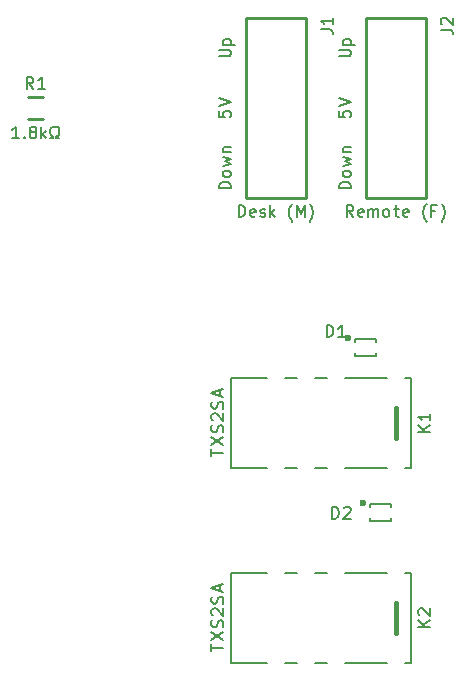
<source format=gbr>
G04 --- HEADER BEGIN --- *
%TF.GenerationSoftware,LibrePCB,LibrePCB,0.1.1-unstable*%
%TF.CreationDate,2019-07-14T01:55:39*%
%TF.ProjectId,desklift - other_routing,146e283d-8dba-42bd-9080-c603e88aa634,v3*%
%TF.Part,Single*%
%FSLAX66Y66*%
%MOMM*%
G01*
G74*
G04 --- HEADER END --- *
G04 --- APERTURE LIST BEGIN --- *
%ADD10C,0.2*%
%ADD11C,0.4*%
%ADD12C,0.25*%
%ADD13C,0.6X0.6*%
%ADD14C,0.6*%
%ADD15R,1.2X3.36*%
%ADD16O,2.74X1.47*%
%ADD17R,1.45X1.85*%
%ADD18R,1.2X0.65*%
%ADD19C,2.2*%
G04 --- APERTURE LIST END --- *
G04 --- BOARD BEGIN --- *
D10*
X43700480Y-33030464D02*
X40120480Y-33030464D01*
X38620480Y-33030464D02*
X37580480Y-33030464D01*
X38620480Y-40630464D02*
X37580480Y-40630464D01*
X33540480Y-40630464D02*
X30500480Y-40630464D01*
X30500480Y-33030464D01*
X33540480Y-33030464D01*
X36080480Y-33030464D02*
X35040480Y-33030464D01*
X36080480Y-40630464D02*
X35040480Y-40630464D01*
X43700480Y-40630464D02*
X40120480Y-40630464D01*
D11*
X44450480Y-38100464D02*
X44450480Y-35560464D01*
D10*
X45200480Y-40630464D02*
X45700480Y-40630464D01*
X45700480Y-33030464D01*
X45200480Y-33030464D01*
D12*
X36830432Y-2540128D02*
X36830432Y-17780128D01*
X31750432Y-17780128D01*
X31750432Y-2540128D01*
X36830432Y-2540128D01*
D10*
X29480432Y-10455684D02*
X29480432Y-10931239D01*
X29957099Y-10979017D01*
X29909321Y-10931239D01*
X29861543Y-10835684D01*
X29861543Y-10597906D01*
X29909321Y-10502350D01*
X29957099Y-10455684D01*
X30051543Y-10407906D01*
X30290432Y-10407906D01*
X30384876Y-10455684D01*
X30432654Y-10502350D01*
X30480432Y-10597906D01*
X30480432Y-10835684D01*
X30432654Y-10931239D01*
X30384876Y-10979017D01*
X29480432Y-10007906D02*
X30480432Y-9674573D01*
X29480432Y-9341239D01*
X30480432Y-16982905D02*
X29480432Y-16982905D01*
X29480432Y-16745127D01*
X29528210Y-16601794D01*
X29623765Y-16506238D01*
X29718210Y-16459572D01*
X29909321Y-16411794D01*
X30051543Y-16411794D01*
X30242654Y-16459572D01*
X30337099Y-16506238D01*
X30432654Y-16601794D01*
X30480432Y-16745127D01*
X30480432Y-16982905D01*
X30480432Y-15821794D02*
X30432654Y-15916238D01*
X30384876Y-15964016D01*
X30290432Y-16011794D01*
X30003765Y-16011794D01*
X29909321Y-15964016D01*
X29861543Y-15916238D01*
X29813765Y-15821794D01*
X29813765Y-15678461D01*
X29861543Y-15582905D01*
X29909321Y-15535127D01*
X30003765Y-15488461D01*
X30290432Y-15488461D01*
X30384876Y-15535127D01*
X30432654Y-15582905D01*
X30480432Y-15678461D01*
X30480432Y-15821794D01*
X29813765Y-15088461D02*
X30480432Y-14898461D01*
X30003765Y-14707350D01*
X30480432Y-14517350D01*
X29813765Y-14326239D01*
X29813765Y-13926239D02*
X30480432Y-13926239D01*
X29909321Y-13926239D02*
X29861543Y-13878461D01*
X29813765Y-13782906D01*
X29813765Y-13640683D01*
X29861543Y-13545128D01*
X29957099Y-13497350D01*
X30480432Y-13497350D01*
X29480432Y-5804017D02*
X30290432Y-5804017D01*
X30384876Y-5756239D01*
X30432654Y-5708461D01*
X30480432Y-5614017D01*
X30480432Y-5422906D01*
X30432654Y-5327350D01*
X30384876Y-5280684D01*
X30290432Y-5232906D01*
X29480432Y-5232906D01*
X29813765Y-4832906D02*
X30813765Y-4832906D01*
X29861543Y-4832906D02*
X29813765Y-4737350D01*
X29813765Y-4547350D01*
X29861543Y-4451795D01*
X29909321Y-4404017D01*
X30003765Y-4356239D01*
X30290432Y-4356239D01*
X30384876Y-4404017D01*
X30432654Y-4451795D01*
X30480432Y-4547350D01*
X30480432Y-4737350D01*
X30432654Y-4832906D01*
X43700480Y-49540672D02*
X40120480Y-49540672D01*
X38620480Y-49540672D02*
X37580480Y-49540672D01*
X38620480Y-57140672D02*
X37580480Y-57140672D01*
X33540480Y-57140672D02*
X30500480Y-57140672D01*
X30500480Y-49540672D01*
X33540480Y-49540672D01*
X36080480Y-49540672D02*
X35040480Y-49540672D01*
X36080480Y-57140672D02*
X35040480Y-57140672D01*
X43700480Y-57140672D02*
X40120480Y-57140672D01*
D11*
X44450480Y-54610672D02*
X44450480Y-52070672D01*
D10*
X45200480Y-57140672D02*
X45700480Y-57140672D01*
X45700480Y-49540672D01*
X45200480Y-49540672D01*
D12*
X13345176Y-9235128D02*
X14595176Y-9235128D01*
X13345176Y-11085128D02*
X14595176Y-11085128D01*
X46990560Y-2540128D02*
X46990560Y-17780128D01*
X41910560Y-17780128D01*
X41910560Y-2540128D01*
X46990560Y-2540128D01*
D10*
X39640560Y-10455684D02*
X39640560Y-10931239D01*
X40117227Y-10979017D01*
X40069449Y-10931239D01*
X40021671Y-10835684D01*
X40021671Y-10597906D01*
X40069449Y-10502350D01*
X40117227Y-10455684D01*
X40211671Y-10407906D01*
X40450560Y-10407906D01*
X40545004Y-10455684D01*
X40592782Y-10502350D01*
X40640560Y-10597906D01*
X40640560Y-10835684D01*
X40592782Y-10931239D01*
X40545004Y-10979017D01*
X39640560Y-10007906D02*
X40640560Y-9674573D01*
X39640560Y-9341239D01*
X40640560Y-16982905D02*
X39640560Y-16982905D01*
X39640560Y-16745127D01*
X39688338Y-16601794D01*
X39783893Y-16506238D01*
X39878338Y-16459572D01*
X40069449Y-16411794D01*
X40211671Y-16411794D01*
X40402782Y-16459572D01*
X40497227Y-16506238D01*
X40592782Y-16601794D01*
X40640560Y-16745127D01*
X40640560Y-16982905D01*
X40640560Y-15821794D02*
X40592782Y-15916238D01*
X40545004Y-15964016D01*
X40450560Y-16011794D01*
X40163893Y-16011794D01*
X40069449Y-15964016D01*
X40021671Y-15916238D01*
X39973893Y-15821794D01*
X39973893Y-15678461D01*
X40021671Y-15582905D01*
X40069449Y-15535127D01*
X40163893Y-15488461D01*
X40450560Y-15488461D01*
X40545004Y-15535127D01*
X40592782Y-15582905D01*
X40640560Y-15678461D01*
X40640560Y-15821794D01*
X39973893Y-15088461D02*
X40640560Y-14898461D01*
X40163893Y-14707350D01*
X40640560Y-14517350D01*
X39973893Y-14326239D01*
X39973893Y-13926239D02*
X40640560Y-13926239D01*
X40069449Y-13926239D02*
X40021671Y-13878461D01*
X39973893Y-13782906D01*
X39973893Y-13640683D01*
X40021671Y-13545128D01*
X40117227Y-13497350D01*
X40640560Y-13497350D01*
X39640560Y-5804017D02*
X40450560Y-5804017D01*
X40545004Y-5756239D01*
X40592782Y-5708461D01*
X40640560Y-5614017D01*
X40640560Y-5422906D01*
X40592782Y-5327350D01*
X40545004Y-5280684D01*
X40450560Y-5232906D01*
X39640560Y-5232906D01*
X39973893Y-4832906D02*
X40973893Y-4832906D01*
X40021671Y-4832906D02*
X39973893Y-4737350D01*
X39973893Y-4547350D01*
X40021671Y-4451795D01*
X40069449Y-4404017D01*
X40163893Y-4356239D01*
X40450560Y-4356239D01*
X40545004Y-4404017D01*
X40592782Y-4451795D01*
X40640560Y-4547350D01*
X40640560Y-4737350D01*
X40592782Y-4832906D01*
X44080544Y-44925560D02*
X44080544Y-45150560D01*
X42280544Y-45150560D01*
X42280544Y-44925560D01*
X44080544Y-43975560D02*
X44080544Y-43750560D01*
X42280544Y-43750560D01*
X42280544Y-43975560D01*
D13*
X41656794Y-43591810D03*
D14*
X41656794Y-43591810D03*
D10*
X42810528Y-30955384D02*
X42810528Y-31180384D01*
X41010528Y-31180384D01*
X41010528Y-30955384D01*
X42810528Y-30005384D02*
X42810528Y-29780384D01*
X41010528Y-29780384D01*
X41010528Y-30005384D01*
D13*
X40386778Y-29621634D03*
D14*
X40386778Y-29621634D03*
D10*
X47355480Y-37601575D02*
X46355480Y-37601575D01*
X47355480Y-37030464D02*
X46784369Y-37458242D01*
X46355480Y-37030464D02*
X46926591Y-37601575D01*
X47355480Y-36059353D02*
X47355480Y-36630464D01*
X47355480Y-36344908D02*
X46355480Y-36344908D01*
X46498813Y-36440464D01*
X46593258Y-36534908D01*
X46641036Y-36630464D01*
X38100432Y-3511239D02*
X38814876Y-3511239D01*
X38957099Y-3559017D01*
X39052654Y-3654572D01*
X39100432Y-3796794D01*
X39100432Y-3892350D01*
X39100432Y-2540128D02*
X39100432Y-3111239D01*
X39100432Y-2825683D02*
X38100432Y-2825683D01*
X38243765Y-2921239D01*
X38338210Y-3015683D01*
X38385988Y-3111239D01*
X47355480Y-54135672D02*
X46355480Y-54135672D01*
X47355480Y-53564561D02*
X46784369Y-53992339D01*
X46355480Y-53564561D02*
X46926591Y-54135672D01*
X46451036Y-53116783D02*
X46403258Y-53069005D01*
X46355480Y-52974561D01*
X46355480Y-52735672D01*
X46403258Y-52641228D01*
X46451036Y-52593450D01*
X46545480Y-52545672D01*
X46641036Y-52545672D01*
X46784369Y-52593450D01*
X47355480Y-53164561D01*
X47355480Y-52545672D01*
X13770176Y-8560128D02*
X13436843Y-8083461D01*
X13199065Y-8560128D02*
X13199065Y-7560128D01*
X13580176Y-7560128D01*
X13675732Y-7607906D01*
X13722398Y-7655684D01*
X13770176Y-7750128D01*
X13770176Y-7893461D01*
X13722398Y-7989017D01*
X13675732Y-8036795D01*
X13580176Y-8083461D01*
X13199065Y-8083461D01*
X14741287Y-8560128D02*
X14170176Y-8560128D01*
X14455732Y-8560128D02*
X14455732Y-7560128D01*
X14360176Y-7703461D01*
X14265732Y-7797906D01*
X14170176Y-7845684D01*
X48260560Y-3559017D02*
X48975004Y-3559017D01*
X49117227Y-3606795D01*
X49212782Y-3702350D01*
X49260560Y-3844572D01*
X49260560Y-3940128D01*
X48356116Y-3111239D02*
X48308338Y-3063461D01*
X48260560Y-2969017D01*
X48260560Y-2730128D01*
X48308338Y-2635684D01*
X48356116Y-2587906D01*
X48450560Y-2540128D01*
X48546116Y-2540128D01*
X48689449Y-2587906D01*
X49260560Y-3159017D01*
X49260560Y-2540128D01*
X39050512Y-44950536D02*
X39050512Y-43950536D01*
X39288290Y-43950536D01*
X39431623Y-43998314D01*
X39527179Y-44093869D01*
X39573845Y-44188314D01*
X39621623Y-44379425D01*
X39621623Y-44521647D01*
X39573845Y-44712758D01*
X39527179Y-44807203D01*
X39431623Y-44902758D01*
X39288290Y-44950536D01*
X39050512Y-44950536D01*
X40069401Y-44046092D02*
X40117179Y-43998314D01*
X40211623Y-43950536D01*
X40450512Y-43950536D01*
X40544956Y-43998314D01*
X40592734Y-44046092D01*
X40640512Y-44140536D01*
X40640512Y-44236092D01*
X40592734Y-44379425D01*
X40021623Y-44950536D01*
X40640512Y-44950536D01*
X38599385Y-29575336D02*
X38599385Y-28575336D01*
X38837163Y-28575336D01*
X38980496Y-28623114D01*
X39076052Y-28718669D01*
X39122718Y-28813114D01*
X39170496Y-29004225D01*
X39170496Y-29146447D01*
X39122718Y-29337558D01*
X39076052Y-29432003D01*
X38980496Y-29527558D01*
X38837163Y-29575336D01*
X38599385Y-29575336D01*
X40141607Y-29575336D02*
X39570496Y-29575336D01*
X39856052Y-29575336D02*
X39856052Y-28575336D01*
X39760496Y-28718669D01*
X39666052Y-28813114D01*
X39570496Y-28860892D01*
X28845480Y-39663242D02*
X28845480Y-39092131D01*
X29845480Y-39377686D02*
X28845480Y-39377686D01*
X28845480Y-38692131D02*
X29845480Y-38025464D01*
X28845480Y-38025464D02*
X29845480Y-38692131D01*
X29797702Y-37625464D02*
X29845480Y-37482131D01*
X29845480Y-37244353D01*
X29797702Y-37148797D01*
X29749924Y-37102131D01*
X29655480Y-37054353D01*
X29559924Y-37054353D01*
X29464369Y-37102131D01*
X29416591Y-37148797D01*
X29368813Y-37244353D01*
X29322147Y-37435464D01*
X29274369Y-37529908D01*
X29226591Y-37577686D01*
X29131036Y-37625464D01*
X29035480Y-37625464D01*
X28941036Y-37577686D01*
X28893258Y-37529908D01*
X28845480Y-37435464D01*
X28845480Y-37196575D01*
X28893258Y-37054353D01*
X28941036Y-36606575D02*
X28893258Y-36558797D01*
X28845480Y-36464353D01*
X28845480Y-36225464D01*
X28893258Y-36131020D01*
X28941036Y-36083242D01*
X29035480Y-36035464D01*
X29131036Y-36035464D01*
X29274369Y-36083242D01*
X29845480Y-36654353D01*
X29845480Y-36035464D01*
X29797702Y-35635464D02*
X29845480Y-35492131D01*
X29845480Y-35254353D01*
X29797702Y-35158797D01*
X29749924Y-35112131D01*
X29655480Y-35064353D01*
X29559924Y-35064353D01*
X29464369Y-35112131D01*
X29416591Y-35158797D01*
X29368813Y-35254353D01*
X29322147Y-35445464D01*
X29274369Y-35539908D01*
X29226591Y-35587686D01*
X29131036Y-35635464D01*
X29035480Y-35635464D01*
X28941036Y-35587686D01*
X28893258Y-35539908D01*
X28845480Y-35445464D01*
X28845480Y-35206575D01*
X28893258Y-35064353D01*
X29559924Y-34568797D02*
X29559924Y-34093242D01*
X29845480Y-34664353D02*
X28845480Y-34331020D01*
X29845480Y-33997686D01*
X31142558Y-19415280D02*
X31142558Y-18415280D01*
X31380336Y-18415280D01*
X31523669Y-18463058D01*
X31619225Y-18558613D01*
X31665891Y-18653058D01*
X31713669Y-18844169D01*
X31713669Y-18986391D01*
X31665891Y-19177502D01*
X31619225Y-19271947D01*
X31523669Y-19367502D01*
X31380336Y-19415280D01*
X31142558Y-19415280D01*
X32542558Y-19367502D02*
X32447002Y-19415280D01*
X32257002Y-19415280D01*
X32161447Y-19367502D01*
X32113669Y-19271947D01*
X32113669Y-18891947D01*
X32161447Y-18796391D01*
X32257002Y-18748613D01*
X32447002Y-18748613D01*
X32542558Y-18796391D01*
X32590336Y-18891947D01*
X32590336Y-18986391D01*
X32113669Y-19081947D01*
X32990336Y-19367502D02*
X33085892Y-19415280D01*
X33275892Y-19415280D01*
X33371447Y-19367502D01*
X33419225Y-19271947D01*
X33419225Y-19225280D01*
X33371447Y-19129724D01*
X33275892Y-19081947D01*
X33133669Y-19081947D01*
X33038114Y-19034169D01*
X32990336Y-18938613D01*
X32990336Y-18891947D01*
X33038114Y-18796391D01*
X33133669Y-18748613D01*
X33275892Y-18748613D01*
X33371447Y-18796391D01*
X33819225Y-19415280D02*
X33819225Y-18415280D01*
X33914781Y-19034169D02*
X34200336Y-19415280D01*
X34200336Y-18748613D02*
X33819225Y-19129724D01*
X35685891Y-19796391D02*
X35638113Y-19748613D01*
X35543668Y-19605280D01*
X35495891Y-19510836D01*
X35448113Y-19367502D01*
X35400335Y-19129724D01*
X35400335Y-18938613D01*
X35448113Y-18700836D01*
X35495891Y-18558613D01*
X35543668Y-18463058D01*
X35638113Y-18319724D01*
X35685891Y-18271947D01*
X36085891Y-19415280D02*
X36085891Y-18415280D01*
X36419224Y-19129724D01*
X36752558Y-18415280D01*
X36752558Y-19415280D01*
X37152558Y-19796391D02*
X37200336Y-19748613D01*
X37295891Y-19605280D01*
X37342558Y-19510836D01*
X37390336Y-19367502D01*
X37438114Y-19129724D01*
X37438114Y-18938613D01*
X37390336Y-18700836D01*
X37342558Y-18558613D01*
X37295891Y-18463058D01*
X37200336Y-18319724D01*
X37152558Y-18271947D01*
X28845480Y-56173450D02*
X28845480Y-55602339D01*
X29845480Y-55887894D02*
X28845480Y-55887894D01*
X28845480Y-55202339D02*
X29845480Y-54535672D01*
X28845480Y-54535672D02*
X29845480Y-55202339D01*
X29797702Y-54135672D02*
X29845480Y-53992339D01*
X29845480Y-53754561D01*
X29797702Y-53659005D01*
X29749924Y-53612339D01*
X29655480Y-53564561D01*
X29559924Y-53564561D01*
X29464369Y-53612339D01*
X29416591Y-53659005D01*
X29368813Y-53754561D01*
X29322147Y-53945672D01*
X29274369Y-54040116D01*
X29226591Y-54087894D01*
X29131036Y-54135672D01*
X29035480Y-54135672D01*
X28941036Y-54087894D01*
X28893258Y-54040116D01*
X28845480Y-53945672D01*
X28845480Y-53706783D01*
X28893258Y-53564561D01*
X28941036Y-53116783D02*
X28893258Y-53069005D01*
X28845480Y-52974561D01*
X28845480Y-52735672D01*
X28893258Y-52641228D01*
X28941036Y-52593450D01*
X29035480Y-52545672D01*
X29131036Y-52545672D01*
X29274369Y-52593450D01*
X29845480Y-53164561D01*
X29845480Y-52545672D01*
X29797702Y-52145672D02*
X29845480Y-52002339D01*
X29845480Y-51764561D01*
X29797702Y-51669005D01*
X29749924Y-51622339D01*
X29655480Y-51574561D01*
X29559924Y-51574561D01*
X29464369Y-51622339D01*
X29416591Y-51669005D01*
X29368813Y-51764561D01*
X29322147Y-51955672D01*
X29274369Y-52050116D01*
X29226591Y-52097894D01*
X29131036Y-52145672D01*
X29035480Y-52145672D01*
X28941036Y-52097894D01*
X28893258Y-52050116D01*
X28845480Y-51955672D01*
X28845480Y-51716783D01*
X28893258Y-51574561D01*
X29559924Y-51079005D02*
X29559924Y-50603450D01*
X29845480Y-51174561D02*
X28845480Y-50841228D01*
X29845480Y-50507894D01*
X12550732Y-12760128D02*
X11979621Y-12760128D01*
X12265177Y-12760128D02*
X12265177Y-11760128D01*
X12169621Y-11903461D01*
X12075177Y-11997906D01*
X11979621Y-12045684D01*
X12998510Y-12664572D02*
X13046288Y-12712350D01*
X12998510Y-12760128D01*
X12950732Y-12712350D01*
X12998510Y-12664572D01*
X12998510Y-12760128D01*
X13636288Y-12189017D02*
X13541844Y-12141239D01*
X13494066Y-12093461D01*
X13446288Y-11997906D01*
X13446288Y-11950128D01*
X13494066Y-11855684D01*
X13541844Y-11807906D01*
X13636288Y-11760128D01*
X13827399Y-11760128D01*
X13922955Y-11807906D01*
X13969621Y-11855684D01*
X14017399Y-11950128D01*
X14017399Y-11997906D01*
X13969621Y-12093461D01*
X13922955Y-12141239D01*
X13827399Y-12189017D01*
X13636288Y-12189017D01*
X13541844Y-12236795D01*
X13494066Y-12283461D01*
X13446288Y-12379017D01*
X13446288Y-12570128D01*
X13494066Y-12664572D01*
X13541844Y-12712350D01*
X13636288Y-12760128D01*
X13827399Y-12760128D01*
X13922955Y-12712350D01*
X13969621Y-12664572D01*
X14017399Y-12570128D01*
X14017399Y-12379017D01*
X13969621Y-12283461D01*
X13922955Y-12236795D01*
X13827399Y-12189017D01*
X14417399Y-12760128D02*
X14417399Y-11760128D01*
X14512955Y-12379017D02*
X14798510Y-12760128D01*
X14798510Y-12093461D02*
X14417399Y-12474572D01*
X15198510Y-12760128D02*
X15436288Y-12760128D01*
X15436288Y-12570128D01*
X15341843Y-12522350D01*
X15246288Y-12426795D01*
X15198510Y-12283461D01*
X15198510Y-12045684D01*
X15246288Y-11903461D01*
X15341843Y-11807906D01*
X15484066Y-11760128D01*
X15675177Y-11760128D01*
X15817399Y-11807906D01*
X15912954Y-11903461D01*
X15960732Y-12045684D01*
X15960732Y-12283461D01*
X15912954Y-12426795D01*
X15817399Y-12522350D01*
X15721843Y-12570128D01*
X15721843Y-12760128D01*
X15960732Y-12760128D01*
X40854908Y-19415280D02*
X40521575Y-18938613D01*
X40283797Y-19415280D02*
X40283797Y-18415280D01*
X40664908Y-18415280D01*
X40760464Y-18463058D01*
X40807130Y-18510836D01*
X40854908Y-18605280D01*
X40854908Y-18748613D01*
X40807130Y-18844169D01*
X40760464Y-18891947D01*
X40664908Y-18938613D01*
X40283797Y-18938613D01*
X41683797Y-19367502D02*
X41588241Y-19415280D01*
X41398241Y-19415280D01*
X41302686Y-19367502D01*
X41254908Y-19271947D01*
X41254908Y-18891947D01*
X41302686Y-18796391D01*
X41398241Y-18748613D01*
X41588241Y-18748613D01*
X41683797Y-18796391D01*
X41731575Y-18891947D01*
X41731575Y-18986391D01*
X41254908Y-19081947D01*
X42131575Y-19415280D02*
X42131575Y-18748613D01*
X42131575Y-18844169D02*
X42179353Y-18796391D01*
X42274908Y-18748613D01*
X42417131Y-18748613D01*
X42512686Y-18796391D01*
X42560464Y-18891947D01*
X42560464Y-19415280D01*
X42560464Y-18891947D02*
X42608242Y-18796391D01*
X42702686Y-18748613D01*
X42846019Y-18748613D01*
X42941575Y-18796391D01*
X42988242Y-18891947D01*
X42988242Y-19415280D01*
X43578242Y-19415280D02*
X43483798Y-19367502D01*
X43436020Y-19319724D01*
X43388242Y-19225280D01*
X43388242Y-18938613D01*
X43436020Y-18844169D01*
X43483798Y-18796391D01*
X43578242Y-18748613D01*
X43721575Y-18748613D01*
X43817131Y-18796391D01*
X43864909Y-18844169D01*
X43911575Y-18938613D01*
X43911575Y-19225280D01*
X43864909Y-19319724D01*
X43817131Y-19367502D01*
X43721575Y-19415280D01*
X43578242Y-19415280D01*
X44311575Y-18748613D02*
X44692686Y-18748613D01*
X44454908Y-18415280D02*
X44454908Y-19271947D01*
X44501575Y-19367502D01*
X44597131Y-19415280D01*
X44692686Y-19415280D01*
X45521575Y-19367502D02*
X45426019Y-19415280D01*
X45236019Y-19415280D01*
X45140464Y-19367502D01*
X45092686Y-19271947D01*
X45092686Y-18891947D01*
X45140464Y-18796391D01*
X45236019Y-18748613D01*
X45426019Y-18748613D01*
X45521575Y-18796391D01*
X45569353Y-18891947D01*
X45569353Y-18986391D01*
X45092686Y-19081947D01*
X47054908Y-19796391D02*
X47007130Y-19748613D01*
X46912685Y-19605280D01*
X46864908Y-19510836D01*
X46817130Y-19367502D01*
X46769352Y-19129724D01*
X46769352Y-18938613D01*
X46817130Y-18700836D01*
X46864908Y-18558613D01*
X46912685Y-18463058D01*
X47007130Y-18319724D01*
X47054908Y-18271947D01*
X47788241Y-18891947D02*
X47454908Y-18891947D01*
X47454908Y-19415280D02*
X47454908Y-18415280D01*
X47931575Y-18415280D01*
X48331575Y-19796391D02*
X48379353Y-19748613D01*
X48474908Y-19605280D01*
X48521575Y-19510836D01*
X48569353Y-19367502D01*
X48617131Y-19129724D01*
X48617131Y-18938613D01*
X48569353Y-18700836D01*
X48521575Y-18558613D01*
X48474908Y-18463058D01*
X48379353Y-18319724D01*
X48331575Y-18271947D01*
%LPC*%
D15*
X44450480Y-33210464D03*
X44450480Y-40450464D03*
X39370480Y-33210464D03*
X36830480Y-33210464D03*
X34290480Y-33210464D03*
X34290480Y-40450464D03*
X36830480Y-40450464D03*
X39370480Y-40450464D03*
D16*
X34290432Y-5080128D03*
X34290432Y-15240128D03*
X34290432Y-10160128D03*
D15*
X44450480Y-49720672D03*
X44450480Y-56960672D03*
X39370480Y-49720672D03*
X36830480Y-49720672D03*
X34290480Y-49720672D03*
X34290480Y-56960672D03*
X36830480Y-56960672D03*
X39370480Y-56960672D03*
D17*
X15495176Y-10160128D03*
X12445176Y-10160128D03*
D16*
X44450560Y-5080128D03*
X44450560Y-15240128D03*
X44450560Y-10160128D03*
D18*
X44435544Y-44450560D03*
X41925544Y-44450560D03*
D16*
X6349216Y-43181376D03*
X6349216Y-17781376D03*
X6349216Y-7621376D03*
X6349216Y-12701376D03*
X21589216Y-27941376D03*
X21589216Y-12701376D03*
X6349216Y-30481376D03*
X6349216Y-50801376D03*
X6349216Y-40641376D03*
X21589216Y-5081376D03*
X21589216Y-30481376D03*
X6349216Y-22861376D03*
X21589216Y-53341376D03*
X21589216Y-22861376D03*
X6349216Y-15241376D03*
X21589216Y-33021376D03*
X6349216Y-53341376D03*
X21589216Y-7621376D03*
X6349216Y-27941376D03*
X21589216Y-25401376D03*
X21589216Y-40641376D03*
X6349216Y-45721376D03*
X6349216Y-38101376D03*
X21589216Y-48261376D03*
X6349216Y-20321376D03*
X21589216Y-17781376D03*
X6349216Y-5081376D03*
X6349216Y-35561376D03*
X6349216Y-33021376D03*
X21589216Y-10161376D03*
X21589216Y-15241376D03*
X21589216Y-20321376D03*
X6349216Y-48261376D03*
X21589216Y-43181376D03*
X21589216Y-38101376D03*
X21589216Y-45721376D03*
X6349216Y-25401376D03*
X21589216Y-50801376D03*
X21589216Y-35561376D03*
X6349216Y-10161376D03*
D18*
X43165528Y-30480384D03*
X40655528Y-30480384D03*
D19*
X34290432Y-27940352D03*
G04 --- BOARD END --- *
%TF.MD5,0f4a85355a9bd0b8315d5867ab269a29*%
M02*

</source>
